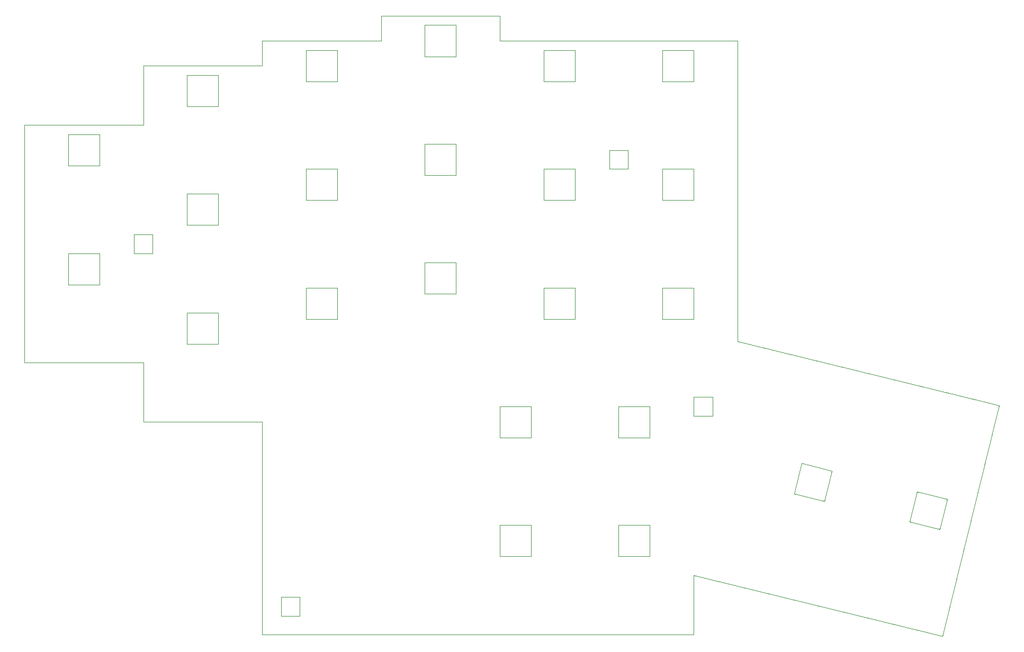
<source format=gbr>
%TF.GenerationSoftware,KiCad,Pcbnew,(5.1.10)-1*%
%TF.CreationDate,2021-07-03T11:15:49-05:00*%
%TF.ProjectId,LeftHand,4c656674-4861-46e6-942e-6b696361645f,rev?*%
%TF.SameCoordinates,Original*%
%TF.FileFunction,Profile,NP*%
%FSLAX46Y46*%
G04 Gerber Fmt 4.6, Leading zero omitted, Abs format (unit mm)*
G04 Created by KiCad (PCBNEW (5.1.10)-1) date 2021-07-03 11:15:49*
%MOMM*%
%LPD*%
G01*
G04 APERTURE LIST*
%TA.AperFunction,Profile*%
%ADD10C,0.050000*%
%TD*%
G04 APERTURE END LIST*
D10*
X154719000Y-88134100D02*
X153526000Y-92989800D01*
X153526000Y-92989800D02*
X158382000Y-94182400D01*
X159575000Y-89326700D02*
X158382000Y-94182400D01*
X154719000Y-88134100D02*
X159575000Y-89326700D01*
X136267000Y-83602100D02*
X135075000Y-88457800D01*
X135075000Y-88457800D02*
X139931000Y-89650400D01*
X141123000Y-84794700D02*
X139931000Y-89650400D01*
X136267000Y-83602100D02*
X141123000Y-84794700D01*
X119000000Y-76000000D02*
X119000000Y-73000000D01*
X122000000Y-76000000D02*
X119000000Y-76000000D01*
X122000000Y-73000000D02*
X122000000Y-76000000D01*
X119000000Y-73000000D02*
X122000000Y-73000000D01*
X105500000Y-33500000D02*
X108500000Y-33500000D01*
X105500000Y-36500000D02*
X105500000Y-33500000D01*
X108500000Y-36500000D02*
X105500000Y-36500000D01*
X108500000Y-33500000D02*
X108500000Y-36500000D01*
X32500000Y-50000000D02*
X32500000Y-47000000D01*
X29500000Y-50000000D02*
X32500000Y-50000000D01*
X29500000Y-47000000D02*
X29500000Y-50000000D01*
X32500000Y-47000000D02*
X29500000Y-47000000D01*
X56000000Y-105000000D02*
X53000000Y-105000000D01*
X56000000Y-108000000D02*
X56000000Y-105000000D01*
X53000000Y-108000000D02*
X56000000Y-108000000D01*
X53000000Y-105000000D02*
X53000000Y-108000000D01*
X112000000Y-93500000D02*
X107000000Y-93500000D01*
X112000000Y-98500000D02*
X112000000Y-93500000D01*
X107000000Y-98500000D02*
X112000000Y-98500000D01*
X107000000Y-93500000D02*
X107000000Y-98500000D01*
X93000000Y-93500000D02*
X88000000Y-93500000D01*
X93000000Y-98500000D02*
X93000000Y-93500000D01*
X88000000Y-98500000D02*
X93000000Y-98500000D01*
X88000000Y-93500000D02*
X88000000Y-98500000D01*
X93000000Y-74500000D02*
X88000000Y-74500000D01*
X93000000Y-79500000D02*
X93000000Y-74500000D01*
X88000000Y-79500000D02*
X93000000Y-79500000D01*
X88000000Y-74500000D02*
X88000000Y-79500000D01*
X112000000Y-74500000D02*
X107000000Y-74500000D01*
X112000000Y-79500000D02*
X112000000Y-74500000D01*
X107000000Y-79500000D02*
X112000000Y-79500000D01*
X107000000Y-74500000D02*
X107000000Y-79500000D01*
X119000000Y-55500000D02*
X114000000Y-55500000D01*
X119000000Y-60500000D02*
X119000000Y-55500000D01*
X114000000Y-60500000D02*
X119000000Y-60500000D01*
X114000000Y-55500000D02*
X114000000Y-60500000D01*
X100000000Y-55500000D02*
X95000000Y-55500000D01*
X100000000Y-60500000D02*
X100000000Y-55500000D01*
X95000000Y-60500000D02*
X100000000Y-60500000D01*
X95000000Y-55500000D02*
X95000000Y-60500000D01*
X81000000Y-51500000D02*
X76000000Y-51500000D01*
X81000000Y-56500000D02*
X81000000Y-51500000D01*
X76000000Y-56500000D02*
X81000000Y-56500000D01*
X76000000Y-51500000D02*
X76000000Y-56500000D01*
X62000000Y-55500000D02*
X57000000Y-55500000D01*
X62000000Y-60500000D02*
X62000000Y-55500000D01*
X57000000Y-60500000D02*
X62000000Y-60500000D01*
X57000000Y-55500000D02*
X57000000Y-60500000D01*
X43000000Y-59500000D02*
X38000000Y-59500000D01*
X43000000Y-64500000D02*
X43000000Y-59500000D01*
X38000000Y-64500000D02*
X43000000Y-64500000D01*
X38000000Y-59500000D02*
X38000000Y-64500000D01*
X19000000Y-50000000D02*
X24000000Y-50000000D01*
X19000000Y-55000000D02*
X19000000Y-50000000D01*
X24000000Y-55000000D02*
X19000000Y-55000000D01*
X24000000Y-50000000D02*
X24000000Y-55000000D01*
X38000000Y-40500000D02*
X43000000Y-40500000D01*
X38000000Y-45500000D02*
X38000000Y-40500000D01*
X43000000Y-45500000D02*
X38000000Y-45500000D01*
X43000000Y-40500000D02*
X43000000Y-45500000D01*
X57000000Y-36500000D02*
X62000000Y-36500000D01*
X57000000Y-41500000D02*
X57000000Y-36500000D01*
X62000000Y-41500000D02*
X57000000Y-41500000D01*
X62000000Y-36500000D02*
X62000000Y-41500000D01*
X76000000Y-32500000D02*
X81000000Y-32500000D01*
X76000000Y-37500000D02*
X76000000Y-32500000D01*
X81000000Y-37500000D02*
X76000000Y-37500000D01*
X81000000Y-32500000D02*
X81000000Y-37500000D01*
X95000000Y-36500000D02*
X100000000Y-36500000D01*
X95000000Y-41500000D02*
X95000000Y-36500000D01*
X100000000Y-41500000D02*
X95000000Y-41500000D01*
X100000000Y-36500000D02*
X100000000Y-41500000D01*
X119000000Y-36500000D02*
X114000000Y-36500000D01*
X119000000Y-41500000D02*
X119000000Y-36500000D01*
X114000000Y-41500000D02*
X119000000Y-41500000D01*
X114000000Y-36500000D02*
X114000000Y-41500000D01*
X119000000Y-17500000D02*
X114000000Y-17500000D01*
X119000000Y-22500000D02*
X119000000Y-17500000D01*
X114000000Y-22500000D02*
X119000000Y-22500000D01*
X114000000Y-17500000D02*
X114000000Y-22500000D01*
X100000000Y-17500000D02*
X95000000Y-17500000D01*
X100000000Y-22500000D02*
X100000000Y-17500000D01*
X95000000Y-22500000D02*
X100000000Y-22500000D01*
X95000000Y-17500000D02*
X95000000Y-22500000D01*
X81000000Y-13500000D02*
X76000000Y-13500000D01*
X81000000Y-18500000D02*
X81000000Y-13500000D01*
X76000000Y-18500000D02*
X81000000Y-18500000D01*
X76000000Y-13500000D02*
X76000000Y-18500000D01*
X62000000Y-17500000D02*
X57000000Y-17500000D01*
X62000000Y-22500000D02*
X62000000Y-17500000D01*
X57000000Y-22500000D02*
X62000000Y-22500000D01*
X57000000Y-17500000D02*
X57000000Y-22500000D01*
X43000000Y-21500000D02*
X38000000Y-21500000D01*
X43000000Y-26500000D02*
X43000000Y-21500000D01*
X38000000Y-26500000D02*
X43000000Y-26500000D01*
X38000000Y-21500000D02*
X38000000Y-26500000D01*
X19000000Y-36000000D02*
X19000000Y-31000000D01*
X24000000Y-36000000D02*
X19000000Y-36000000D01*
X24000000Y-31000000D02*
X24000000Y-36000000D01*
X19000000Y-31000000D02*
X24000000Y-31000000D01*
X69000000Y-12000000D02*
X69000000Y-16000000D01*
X50000000Y-16000000D02*
X69000000Y-16000000D01*
X50000000Y-16000000D02*
X50000000Y-20000000D01*
X31000000Y-20000000D02*
X50000000Y-20000000D01*
X31000000Y-20000000D02*
X31000000Y-29500000D01*
X12000000Y-29500000D02*
X31000000Y-29500000D01*
X12000000Y-29500000D02*
X12000000Y-67500000D01*
X12000000Y-67500000D02*
X31000000Y-67500000D01*
X31000000Y-67500000D02*
X31000000Y-77000000D01*
X31000000Y-77000000D02*
X50000000Y-77000000D01*
X50000000Y-77000000D02*
X50000000Y-111000000D01*
X50000000Y-111000000D02*
X119000000Y-111000000D01*
X119000000Y-101500000D02*
X119000000Y-111000000D01*
X119000000Y-101500000D02*
X158817000Y-111280000D01*
X167881000Y-74376300D02*
X158817000Y-111280000D01*
X126000000Y-64089900D02*
X167881000Y-74376300D01*
X126000000Y-16000000D02*
X126000000Y-64089900D01*
X88000000Y-16000000D02*
X126000000Y-16000000D01*
X88000000Y-12000000D02*
X88000000Y-16000000D01*
X69000000Y-12000000D02*
X88000000Y-12000000D01*
M02*

</source>
